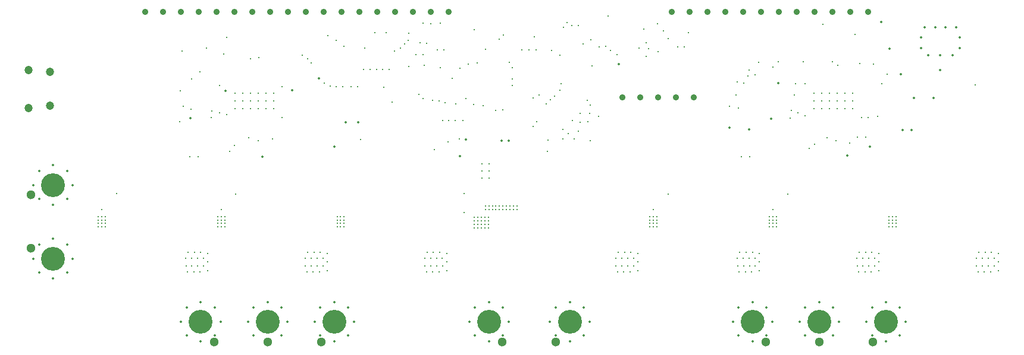
<source format=gbr>
%TF.GenerationSoftware,Altium Limited,Altium Designer,18.1.7 (191)*%
G04 Layer_Color=0*
%FSLAX25Y25*%
%MOIN*%
%TF.FileFunction,Plated,1,2,PTH,Drill*%
%TF.Part,Single*%
G01*
G75*
%TA.AperFunction,ComponentDrill*%
%ADD128C,0.13386*%
%ADD129C,0.04724*%
%ADD130C,0.03543*%
%ADD131C,0.05118*%
%ADD132C,0.05118*%
%TA.AperFunction,ViaDrill,NotFilled*%
%ADD133C,0.01181*%
%ADD134C,0.01378*%
D128*
X139764Y17717D02*
D03*
X102362D02*
D03*
X177165D02*
D03*
X486221D02*
D03*
X263779Y17717D02*
D03*
X411417Y17717D02*
D03*
X448819D02*
D03*
X309055Y17717D02*
D03*
X19685Y94488D02*
D03*
X19685Y53150D02*
D03*
D129*
X5906Y137697D02*
D03*
X17815Y138878D02*
D03*
X5906Y159154D02*
D03*
X17815Y157972D02*
D03*
D130*
X378583Y143701D02*
D03*
X368583D02*
D03*
X358583D02*
D03*
X348583D02*
D03*
X338583D02*
D03*
X71260Y191732D02*
D03*
X81260D02*
D03*
X91260D02*
D03*
X101260D02*
D03*
X111260D02*
D03*
X121260D02*
D03*
X131260D02*
D03*
X141260D02*
D03*
X151260D02*
D03*
X161260D02*
D03*
X171260D02*
D03*
X181260D02*
D03*
X191260D02*
D03*
X201260D02*
D03*
X211260D02*
D03*
X221260D02*
D03*
X231260D02*
D03*
X241260D02*
D03*
X366142D02*
D03*
X376142D02*
D03*
X386142D02*
D03*
X396142D02*
D03*
X406142D02*
D03*
X416142D02*
D03*
X426142D02*
D03*
X436142D02*
D03*
X446142D02*
D03*
X456142D02*
D03*
X466142D02*
D03*
X476142D02*
D03*
D131*
X418898Y6299D02*
D03*
X448898D02*
D03*
X478898D02*
D03*
X109843D02*
D03*
X139842D02*
D03*
X169843D02*
D03*
X301260D02*
D03*
X271260D02*
D03*
D132*
X7087Y58976D02*
D03*
Y88976D02*
D03*
D133*
X422835Y80709D02*
D03*
X355906D02*
D03*
X113779D02*
D03*
X46850D02*
D03*
X96063Y110236D02*
D03*
X108661Y135827D02*
D03*
X112992Y135039D02*
D03*
X116929Y133858D02*
D03*
X112992Y150393D02*
D03*
X108267Y132283D02*
D03*
X90945Y147244D02*
D03*
X121457Y141732D02*
D03*
Y137401D02*
D03*
X226772Y142913D02*
D03*
X232283Y142126D02*
D03*
X209449Y140945D02*
D03*
X239370Y140551D02*
D03*
X224410Y145276D02*
D03*
X218898Y161024D02*
D03*
X222834Y167716D02*
D03*
X227559Y161811D02*
D03*
X216409Y173495D02*
D03*
X214173Y171260D02*
D03*
X211023Y169685D02*
D03*
X207874Y159449D02*
D03*
X226772Y167717D02*
D03*
X225197Y174409D02*
D03*
X204724Y149213D02*
D03*
X237795Y130709D02*
D03*
X235826Y141732D02*
D03*
X243307Y154331D02*
D03*
X241338Y130708D02*
D03*
X240944Y118504D02*
D03*
X236614Y160236D02*
D03*
X238583Y170472D02*
D03*
X235039D02*
D03*
X245276Y140157D02*
D03*
X249212Y130708D02*
D03*
X247329Y120388D02*
D03*
X244881Y130708D02*
D03*
X228740Y174015D02*
D03*
X231102Y185039D02*
D03*
X218644Y175731D02*
D03*
X250787Y142913D02*
D03*
X90551Y129921D02*
D03*
X92520Y138583D02*
D03*
X200787Y159449D02*
D03*
X193701D02*
D03*
X194095Y171260D02*
D03*
X197244Y159449D02*
D03*
X204331D02*
D03*
X206299Y179921D02*
D03*
X200000D02*
D03*
X171653Y151575D02*
D03*
X174803Y150000D02*
D03*
X164368Y163047D02*
D03*
X162205Y165354D02*
D03*
X159055Y167323D02*
D03*
X173622Y178346D02*
D03*
X178347Y149606D02*
D03*
X181889Y149606D02*
D03*
X178347Y175591D02*
D03*
X186614Y149606D02*
D03*
X364173Y89370D02*
D03*
X191732Y120079D02*
D03*
X250000Y89764D02*
D03*
Y79134D02*
D03*
X470078Y121260D02*
D03*
X465747Y118110D02*
D03*
X453149Y120866D02*
D03*
X458267Y119291D02*
D03*
X446063Y117323D02*
D03*
X474803Y121260D02*
D03*
X431102Y89370D02*
D03*
X432676Y131889D02*
D03*
X443307Y114961D02*
D03*
X122047Y89370D02*
D03*
X105512Y171260D02*
D03*
X101969Y157874D02*
D03*
X115354Y168110D02*
D03*
X257087Y162992D02*
D03*
X247638Y159843D02*
D03*
X252362Y162205D02*
D03*
X182677Y172441D02*
D03*
X260630Y138976D02*
D03*
X226772Y185433D02*
D03*
X236614D02*
D03*
X255118Y139764D02*
D03*
X318897Y142126D02*
D03*
X402362Y144882D02*
D03*
X398425Y138583D02*
D03*
X402756Y152362D02*
D03*
X403543Y137795D02*
D03*
X408977Y155741D02*
D03*
X409449Y159055D02*
D03*
X412992Y156299D02*
D03*
X375590Y179921D02*
D03*
X373228Y172047D02*
D03*
X190157Y149606D02*
D03*
X218898Y179528D02*
D03*
X261811Y170615D02*
D03*
X269685Y176378D02*
D03*
X272047Y178740D02*
D03*
X307480Y185826D02*
D03*
X305512Y183071D02*
D03*
X289370Y177559D02*
D03*
X290158Y170472D02*
D03*
X298819Y170079D02*
D03*
X351968Y166535D02*
D03*
Y174409D02*
D03*
X353248Y171160D02*
D03*
X320866Y175984D02*
D03*
X361417Y181102D02*
D03*
X364173Y176771D02*
D03*
X358268Y185039D02*
D03*
X406693Y151575D02*
D03*
X330709Y189370D02*
D03*
X350394Y181890D02*
D03*
X325590Y172047D02*
D03*
X316535Y173622D02*
D03*
X321654Y161417D02*
D03*
X329133Y172441D02*
D03*
X331889Y170078D02*
D03*
X335433Y167717D02*
D03*
X348031Y171260D02*
D03*
X358651Y169291D02*
D03*
X313779Y183858D02*
D03*
X310236D02*
D03*
X275197Y163193D02*
D03*
X296457Y113386D02*
D03*
X255512Y181496D02*
D03*
X263779Y106299D02*
D03*
Y102362D02*
D03*
X259842Y106299D02*
D03*
Y102362D02*
D03*
X263779Y98425D02*
D03*
X259842D02*
D03*
X240157Y56102D02*
D03*
X236220Y56693D02*
D03*
X240157Y51181D02*
D03*
X237697Y53445D02*
D03*
X234449D02*
D03*
X232677Y56693D02*
D03*
X231102Y53445D02*
D03*
X237795Y48917D02*
D03*
X240157Y46260D02*
D03*
X235827Y45669D02*
D03*
X234547Y48917D02*
D03*
X231201D02*
D03*
X232283Y45669D02*
D03*
X229134Y56693D02*
D03*
X227953Y48917D02*
D03*
X227854Y53445D02*
D03*
X228740Y45669D02*
D03*
X106299Y56102D02*
D03*
X102362Y56693D02*
D03*
X106299Y51181D02*
D03*
X103839Y53445D02*
D03*
X100591D02*
D03*
X98819Y56693D02*
D03*
X97244Y53445D02*
D03*
X103937Y48917D02*
D03*
X106299Y46260D02*
D03*
X101969Y45669D02*
D03*
X100689Y48917D02*
D03*
X97342D02*
D03*
X98425Y45669D02*
D03*
X95276Y56693D02*
D03*
X94095Y48917D02*
D03*
X93996Y53445D02*
D03*
X94882Y45669D02*
D03*
X173228Y56102D02*
D03*
X169291Y56693D02*
D03*
X173228Y51181D02*
D03*
X170768Y53445D02*
D03*
X167520D02*
D03*
X165748Y56693D02*
D03*
X164173Y53445D02*
D03*
X170866Y48917D02*
D03*
X173228Y46260D02*
D03*
X168898Y45669D02*
D03*
X167618Y48917D02*
D03*
X164272D02*
D03*
X165354Y45669D02*
D03*
X162205Y56693D02*
D03*
X161024Y48917D02*
D03*
X160925Y53445D02*
D03*
X161811Y45669D02*
D03*
X482283Y56102D02*
D03*
X478346Y56693D02*
D03*
X482283Y51181D02*
D03*
X479823Y53445D02*
D03*
X476575D02*
D03*
X474803Y56693D02*
D03*
X473228Y53445D02*
D03*
X479921Y48917D02*
D03*
X482283Y46260D02*
D03*
X477953Y45669D02*
D03*
X476673Y48917D02*
D03*
X473327D02*
D03*
X474409Y45669D02*
D03*
X471260Y56693D02*
D03*
X470079Y48917D02*
D03*
X469980Y53445D02*
D03*
X470866Y45669D02*
D03*
X415354Y56102D02*
D03*
X411417Y56693D02*
D03*
X415354Y51181D02*
D03*
X412894Y53445D02*
D03*
X409646D02*
D03*
X407874Y56693D02*
D03*
X406299Y53445D02*
D03*
X412992Y48917D02*
D03*
X415354Y46260D02*
D03*
X411024Y45669D02*
D03*
X409744Y48917D02*
D03*
X406398D02*
D03*
X407480Y45669D02*
D03*
X404331Y56693D02*
D03*
X403150Y48917D02*
D03*
X403051Y53445D02*
D03*
X403937Y45669D02*
D03*
X347244Y56102D02*
D03*
X343307Y56693D02*
D03*
X347244Y51181D02*
D03*
X344783Y53445D02*
D03*
X341535D02*
D03*
X339764Y56693D02*
D03*
X338189Y53445D02*
D03*
X344882Y48917D02*
D03*
X347244Y46260D02*
D03*
X342913Y45669D02*
D03*
X341634Y48917D02*
D03*
X338287D02*
D03*
X339370Y45669D02*
D03*
X336220Y56693D02*
D03*
X335039Y48917D02*
D03*
X334941Y53445D02*
D03*
X335827Y45669D02*
D03*
X549213Y56102D02*
D03*
X545275Y56693D02*
D03*
X549213Y51181D02*
D03*
X546752Y53445D02*
D03*
X543504D02*
D03*
X541732Y56693D02*
D03*
X540157Y53445D02*
D03*
X546850Y48917D02*
D03*
X549213Y46260D02*
D03*
X544882Y45669D02*
D03*
X543602Y48917D02*
D03*
X540256D02*
D03*
X541338Y45669D02*
D03*
X538189Y56693D02*
D03*
X537008Y48917D02*
D03*
X536909Y53445D02*
D03*
X537795Y45669D02*
D03*
X471654Y162598D02*
D03*
X271654Y136614D02*
D03*
X148031Y132283D02*
D03*
X300394Y144488D02*
D03*
X295923Y140017D02*
D03*
X298070Y142341D02*
D03*
X291732Y144882D02*
D03*
X267717Y136221D02*
D03*
X276772Y150394D02*
D03*
Y153937D02*
D03*
Y160236D02*
D03*
X476378Y132283D02*
D03*
X433071Y136221D02*
D03*
X437007Y135039D02*
D03*
X142534Y120252D02*
D03*
X409842Y110236D02*
D03*
X405118D02*
D03*
X261811Y80709D02*
D03*
X271654D02*
D03*
Y82677D02*
D03*
X261811D02*
D03*
X269685D02*
D03*
Y80709D02*
D03*
X279527Y82677D02*
D03*
Y80709D02*
D03*
X277559D02*
D03*
Y82677D02*
D03*
X267717Y80709D02*
D03*
Y82677D02*
D03*
X265748D02*
D03*
Y80709D02*
D03*
X275590Y82677D02*
D03*
Y80709D02*
D03*
X273622D02*
D03*
Y82677D02*
D03*
X263779Y80709D02*
D03*
Y82677D02*
D03*
X355906Y74803D02*
D03*
X353937Y76771D02*
D03*
X257480Y76378D02*
D03*
Y74409D02*
D03*
Y72441D02*
D03*
Y70472D02*
D03*
X259449D02*
D03*
Y72441D02*
D03*
Y74409D02*
D03*
Y76378D02*
D03*
X261417D02*
D03*
Y74409D02*
D03*
Y72441D02*
D03*
Y70472D02*
D03*
X263386D02*
D03*
Y72441D02*
D03*
Y74409D02*
D03*
Y76378D02*
D03*
X255512D02*
D03*
Y74409D02*
D03*
Y72441D02*
D03*
Y70472D02*
D03*
X353937Y70866D02*
D03*
Y72834D02*
D03*
Y74803D02*
D03*
X357874Y76771D02*
D03*
Y74803D02*
D03*
Y72834D02*
D03*
Y70866D02*
D03*
X355906D02*
D03*
Y72834D02*
D03*
Y76771D02*
D03*
X420866Y70866D02*
D03*
Y72834D02*
D03*
Y74803D02*
D03*
Y76771D02*
D03*
X424803D02*
D03*
Y74803D02*
D03*
Y72834D02*
D03*
Y70866D02*
D03*
X422834D02*
D03*
Y72834D02*
D03*
Y74803D02*
D03*
Y76771D02*
D03*
X487795Y70866D02*
D03*
Y72834D02*
D03*
Y74803D02*
D03*
Y76771D02*
D03*
X491732D02*
D03*
Y74803D02*
D03*
Y72834D02*
D03*
Y70866D02*
D03*
X489764D02*
D03*
Y72834D02*
D03*
Y74803D02*
D03*
Y76771D02*
D03*
X180709D02*
D03*
Y74803D02*
D03*
Y72834D02*
D03*
Y70866D02*
D03*
X182677D02*
D03*
Y72834D02*
D03*
Y74803D02*
D03*
Y76771D02*
D03*
X178740D02*
D03*
Y74803D02*
D03*
Y72834D02*
D03*
Y70866D02*
D03*
X113779Y76771D02*
D03*
Y74803D02*
D03*
Y72834D02*
D03*
Y70866D02*
D03*
X115748D02*
D03*
Y72834D02*
D03*
Y74803D02*
D03*
Y76771D02*
D03*
X111811D02*
D03*
Y74803D02*
D03*
Y72834D02*
D03*
Y70866D02*
D03*
X483858Y151181D02*
D03*
X479134Y162303D02*
D03*
X472440Y132283D02*
D03*
X440945Y133465D02*
D03*
X487008Y156693D02*
D03*
X282283Y170472D02*
D03*
X481496Y133071D02*
D03*
X303543Y167323D02*
D03*
X439764Y163779D02*
D03*
X369685Y172047D02*
D03*
X286221Y170472D02*
D03*
X148031Y149606D02*
D03*
X288583Y143307D02*
D03*
X303543Y147638D02*
D03*
X304330Y151181D02*
D03*
X233071Y114173D02*
D03*
X450197Y146063D02*
D03*
X445866D02*
D03*
X454528D02*
D03*
X445866Y137401D02*
D03*
Y141732D02*
D03*
X450197Y137401D02*
D03*
Y141732D02*
D03*
X454528Y137401D02*
D03*
Y141732D02*
D03*
X458858Y137401D02*
D03*
Y141732D02*
D03*
Y146063D02*
D03*
X463189Y137401D02*
D03*
Y141732D02*
D03*
Y146063D02*
D03*
X467520Y137401D02*
D03*
Y141732D02*
D03*
Y146063D02*
D03*
X143110Y141732D02*
D03*
X121457Y146063D02*
D03*
X125787Y137401D02*
D03*
Y141732D02*
D03*
Y146063D02*
D03*
X130118Y137401D02*
D03*
Y141732D02*
D03*
Y146063D02*
D03*
X134449Y137401D02*
D03*
Y141732D02*
D03*
Y146063D02*
D03*
X138779Y137401D02*
D03*
Y141732D02*
D03*
X143110Y137401D02*
D03*
Y146063D02*
D03*
X138779D02*
D03*
X135039Y166142D02*
D03*
X116929Y177165D02*
D03*
X130315Y165354D02*
D03*
X97244Y153937D02*
D03*
X435039Y144882D02*
D03*
X440945Y151181D02*
D03*
X435433Y151181D02*
D03*
X459055Y161811D02*
D03*
X422835Y160630D02*
D03*
X425983Y163779D02*
D03*
X414961Y163386D02*
D03*
X456298Y163779D02*
D03*
X450787Y184646D02*
D03*
X468898Y179134D02*
D03*
X91732Y169685D02*
D03*
X305118Y120472D02*
D03*
X310630Y130709D02*
D03*
X308268Y123228D02*
D03*
X288583Y127165D02*
D03*
X290551Y129921D02*
D03*
X296850Y119685D02*
D03*
X305118Y125590D02*
D03*
X319291Y129921D02*
D03*
X320078Y134645D02*
D03*
X320472Y139206D02*
D03*
X314961Y134646D02*
D03*
X314960Y129527D02*
D03*
X313779Y124803D02*
D03*
X325196Y133071D02*
D03*
X311417Y120472D02*
D03*
X320472Y119291D02*
D03*
X536221Y150787D02*
D03*
X46850Y76771D02*
D03*
X44882D02*
D03*
X46850Y74803D02*
D03*
X44882D02*
D03*
Y72834D02*
D03*
Y70866D02*
D03*
X46850D02*
D03*
X48819D02*
D03*
X46850Y72834D02*
D03*
X48819D02*
D03*
Y76771D02*
D03*
Y74803D02*
D03*
X55118Y89764D02*
D03*
X96850Y137008D02*
D03*
X100787Y110236D02*
D03*
X118504Y113386D02*
D03*
X121260Y116535D02*
D03*
X129134Y120866D02*
D03*
X134646Y119291D02*
D03*
D134*
X512992Y143307D02*
D03*
X116142Y147244D02*
D03*
X250787Y120079D02*
D03*
X247638Y110630D02*
D03*
X168504Y154330D02*
D03*
X153543Y147638D02*
D03*
X464567Y111023D02*
D03*
X398425Y126772D02*
D03*
X336614Y162205D02*
D03*
X147559Y25512D02*
D03*
X150787Y17717D02*
D03*
X139764Y28740D02*
D03*
X147559Y9922D02*
D03*
X139764Y6693D02*
D03*
X131969Y25512D02*
D03*
X128740Y17717D02*
D03*
X131969Y9922D02*
D03*
X110157Y25512D02*
D03*
X113386Y17717D02*
D03*
X102362Y28740D02*
D03*
X110157Y9922D02*
D03*
X102362Y6693D02*
D03*
X94567Y25512D02*
D03*
X91338Y17717D02*
D03*
X94567Y9922D02*
D03*
X184960Y25512D02*
D03*
X188189Y17717D02*
D03*
X177165Y28740D02*
D03*
X184960Y9922D02*
D03*
X177165Y6693D02*
D03*
X169370Y25512D02*
D03*
X166142Y17717D02*
D03*
X169370Y9922D02*
D03*
X494015Y25512D02*
D03*
X497244Y17717D02*
D03*
X486221Y28740D02*
D03*
X494015Y9922D02*
D03*
X486221Y6693D02*
D03*
X478426Y25512D02*
D03*
X475197Y17717D02*
D03*
X478426Y9922D02*
D03*
X271574Y25511D02*
D03*
X274803Y17717D02*
D03*
X263779Y28740D02*
D03*
X271574Y9922D02*
D03*
X263779Y6693D02*
D03*
X255984Y25511D02*
D03*
X252756Y17717D02*
D03*
X255984Y9922D02*
D03*
X419212Y25512D02*
D03*
X422441Y17717D02*
D03*
X411417Y28740D02*
D03*
X419212Y9922D02*
D03*
X411417Y6693D02*
D03*
X403622Y25512D02*
D03*
X400394Y17717D02*
D03*
X403622Y9922D02*
D03*
X456614Y25512D02*
D03*
X459842Y17717D02*
D03*
X448819Y28740D02*
D03*
X456614Y9922D02*
D03*
X448819Y6693D02*
D03*
X441024Y25512D02*
D03*
X437795Y17717D02*
D03*
X441024Y9922D02*
D03*
X316850Y25511D02*
D03*
X320079Y17717D02*
D03*
X309055Y28740D02*
D03*
X316850Y9922D02*
D03*
X309055Y6693D02*
D03*
X301260Y25511D02*
D03*
X298031Y17717D02*
D03*
X301260Y9922D02*
D03*
X27480Y102283D02*
D03*
X30709Y94488D02*
D03*
X19685Y105512D02*
D03*
X27480Y86693D02*
D03*
X19685Y83464D02*
D03*
X11890Y102283D02*
D03*
X8661Y94488D02*
D03*
X11890Y86693D02*
D03*
X27480Y60944D02*
D03*
X30709Y53150D02*
D03*
X19685Y64173D02*
D03*
X27480Y45355D02*
D03*
X19685Y42126D02*
D03*
X11890Y60944D02*
D03*
X8662Y53150D02*
D03*
X11890Y45355D02*
D03*
X177165Y116142D02*
D03*
X137008Y110236D02*
D03*
X422047Y131496D02*
D03*
X409449Y125591D02*
D03*
X190551Y129528D02*
D03*
X183465D02*
D03*
X270866Y119291D02*
D03*
X477165Y116142D02*
D03*
X274803Y119291D02*
D03*
X425984Y151575D02*
D03*
X516535Y159055D02*
D03*
X500394Y125197D02*
D03*
X495669D02*
D03*
X507874Y183071D02*
D03*
X513779D02*
D03*
X519685D02*
D03*
X525591D02*
D03*
X527559Y177165D02*
D03*
Y171260D02*
D03*
X523622Y167323D02*
D03*
X516535D02*
D03*
X505905Y177165D02*
D03*
X483465Y185827D02*
D03*
X488189Y170866D02*
D03*
X501968Y143307D02*
D03*
X505905Y171260D02*
D03*
X509842Y167323D02*
D03*
X494488Y156693D02*
D03*
X96457Y131890D02*
D03*
%TF.MD5,edaf2fd8c9357696dd95de354f0d7c72*%
M02*

</source>
